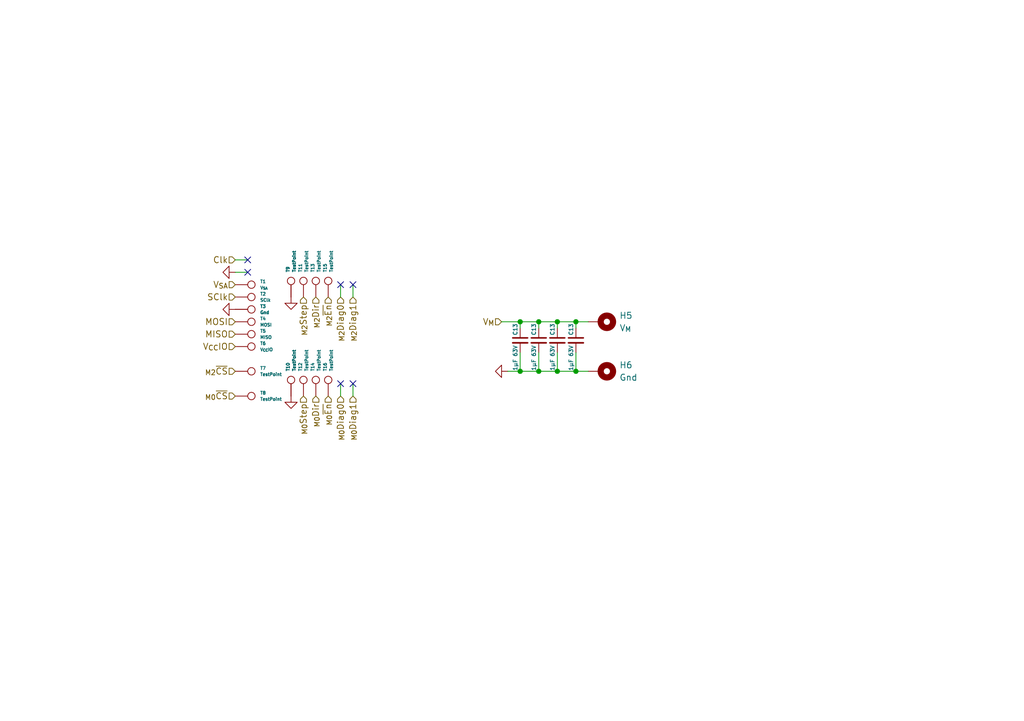
<source format=kicad_sch>
(kicad_sch (version 20230121) (generator eeschema)
  (paper "A5")
  (title_block (title "Motor Expansion Socket"))
  (lib_symbols
    (symbol "Connector:TestPoint" (pin_numbers hide) (pin_names (offset 0.762) hide)
      (property "Reference" "TP" (at 0 6.858 0))
      (property "Value" "TestPoint" (at 0 5.08 0))
      (symbol "TestPoint_0_1"
        (circle (center 0 3.302) (radius 0.762))
      )
      (symbol "TestPoint_1_1"
        (pin passive line (at 0 0 90) (length 2.54) (name "1") (number "1"))
      )
    )
    (symbol "Device:C_Small" (pin_numbers hide) (pin_names (offset 0.254) hide)
      (property "Reference" "C" (at 0.254 1.778 0))
      (property "Value" "C_Small" (at 0.254 -2.032 0))
      (symbol "C_Small_0_1"
        (polyline (pts (xy -1.524 -0.508) (xy 1.524 -0.508)) (stroke (width 0.3302)))
        (polyline (pts (xy -1.524 0.508) (xy 1.524 0.508)) (stroke (width 0.3048)))
      )
      (symbol "C_Small_1_1"
        (pin passive line (at 0 2.54 270) (length 2.032) (name "~") (number "1"))
        (pin passive line (at 0 -2.54 90) (length 2.032) (name "~") (number "2"))
      )
    )
    (symbol "Mechanical:MountingHole_Pad" (pin_numbers hide) (pin_names (offset 1.016) hide)
      (property "Reference" "H" (at 0 6.35 0))
      (property "Value" "MountingHole_Pad" (at 0 4.445 0))
      (symbol "MountingHole_Pad_0_1"
        (circle (center 0 1.27) (radius 1.27) (stroke (width 1.27)))
      )
      (symbol "MountingHole_Pad_1_1"
        (pin input line (at 0 -2.54 90) (length 2.54) (name "1") (number "1"))
      )
    )
    (symbol "power:GND" (power) (pin_names (offset 0))
      (property "Value" "GND" (at 0 -3.81 0))
      (symbol "GND_0_1"
        (polyline (pts (xy 0 0) (xy 0 -1.27) (xy 1.27 -1.27) (xy 0 -2.54) (xy -1.27 -1.27) (xy 0 -1.27)))
      )
      (symbol "GND_1_1"
        (pin power_in line (at 0 0 270) (length 0) hide (name "GND") (number "1"))
      )
    )
  )
  (junction (at 114.3 66.04))
  (junction (at 114.3 76.2))
  (junction (at 118.11 76.2))
  (junction (at 106.68 66.04))
  (junction (at 110.49 66.04))
  (junction (at 106.68 76.2))
  (junction (at 118.11 66.04))
  (junction (at 110.49 76.2))
  (no_connect (at 72.39 58.42))
  (no_connect (at 50.8 55.88))
  (no_connect (at 72.39 78.74))
  (no_connect (at 69.85 78.74))
  (no_connect (at 69.85 58.42))
  (no_connect (at 50.8 53.34))
  (wire (pts (xy 102.87 66.04) (xy 106.68 66.04)))
  (wire (pts (xy 69.85 58.42) (xy 69.85 60.96)))
  (wire (pts (xy 72.39 78.74) (xy 72.39 81.28)))
  (wire (pts (xy 118.11 76.2) (xy 120.65 76.2)))
  (wire (pts (xy 114.3 67.31) (xy 114.3 66.04)))
  (wire (pts (xy 118.11 67.31) (xy 118.11 66.04)))
  (wire (pts (xy 104.14 76.2) (xy 106.68 76.2)))
  (wire (pts (xy 72.39 58.42) (xy 72.39 60.96)))
  (wire (pts (xy 110.49 76.2) (xy 114.3 76.2)))
  (wire (pts (xy 106.68 72.39) (xy 106.68 76.2)))
  (wire (pts (xy 106.68 76.2) (xy 110.49 76.2)))
  (wire (pts (xy 69.85 78.74) (xy 69.85 81.28)))
  (wire (pts (xy 106.68 67.31) (xy 106.68 66.04)))
  (wire (pts (xy 110.49 67.31) (xy 110.49 66.04)))
  (wire (pts (xy 114.3 72.39) (xy 114.3 76.2)))
  (wire (pts (xy 114.3 76.2) (xy 118.11 76.2)))
  (wire (pts (xy 118.11 66.04) (xy 120.65 66.04)))
  (wire (pts (xy 110.49 72.39) (xy 110.49 76.2)))
  (wire (pts (xy 106.68 66.04) (xy 110.49 66.04)))
  (wire (pts (xy 48.26 55.88) (xy 50.8 55.88)))
  (wire (pts (xy 48.26 53.34) (xy 50.8 53.34)))
  (wire (pts (xy 118.11 72.39) (xy 118.11 76.2)))
  (wire (pts (xy 114.3 66.04) (xy 118.11 66.04)))
  (wire (pts (xy 110.49 66.04) (xy 114.3 66.04)))
  (hierarchical_label "V_{M}" (shape input) (at 102.87 66.04 180))
  (hierarchical_label "V_{SA}" (shape input) (at 48.26 58.42 180))
  (hierarchical_label "_{M0}~{En}" (shape input) (at 67.31 81.28 270))
  (hierarchical_label "_{M2}Diag0" (shape input) (at 69.85 60.96 270))
  (hierarchical_label "MOSI" (shape input) (at 48.26 66.04 180))
  (hierarchical_label "MISO" (shape input) (at 48.26 68.58 180))
  (hierarchical_label "_{M0}Diag1" (shape input) (at 72.39 81.28 270))
  (hierarchical_label "_{M2}~{En}" (shape input) (at 67.31 60.96 270))
  (hierarchical_label "_{M0}Dir" (shape input) (at 64.77 81.28 270))
  (hierarchical_label "_{M2}~{CS}" (shape input) (at 48.26 76.2 180))
  (hierarchical_label "_{M2}Dir" (shape input) (at 64.77 60.96 270))
  (hierarchical_label "_{M0}Diag0" (shape input) (at 69.85 81.28 270))
  (hierarchical_label "_{M0}~{CS}" (shape input) (at 48.26 81.28 180))
  (hierarchical_label "SClk" (shape input) (at 48.26 60.96 180))
  (hierarchical_label "_{M0}Step" (shape input) (at 62.23 81.28 270))
  (hierarchical_label "Clk" (shape input) (at 48.26 53.34 180))
  (hierarchical_label "_{M2}Diag1" (shape input) (at 72.39 60.96 270))
  (hierarchical_label "V_{CC}IO" (shape input) (at 48.26 71.12 180))
  (hierarchical_label "_{M2}Step" (shape input) (at 62.23 60.96 270))
  (symbol (lib_id "Mechanical:MountingHole_Pad") (at 123.19 66.04 270) (unit 1)
    (property "Reference" "H5" (at 127 64.77 90) (effects (justify left)))
    (property "Value" "V_{M}" (at 127 67.31 90) (effects (justify left)))
    (property "Footprint" "corevus:M3_M2.5_PCB_Nut" (effects hide))
  )
  (symbol (lib_id "Connector:TestPoint") (at 48.26 66.04 270) (unit 1)
    (property "Reference" "T4" (at 53.34 65.405 90) (effects (font (size 0.635 0.635)) (justify left)))
    (property "Value" "MOSI" (at 53.34 66.675 90) (effects (font (size 0.635 0.635)) (justify left)))
    (property "Footprint" "corevus:LGA_Spring" (effects hide))
  )
  (symbol (lib_id "Connector:TestPoint") (at 48.26 71.12 270) (unit 1)
    (property "Reference" "T6" (at 53.34 70.485 90) (effects (font (size 0.635 0.635)) (justify left)))
    (property "Value" "V_{CC}IO" (at 53.34 71.755 90) (effects (font (size 0.635 0.635)) (justify left)))
    (property "Footprint" "corevus:LGA_Spring" (effects hide))
  )
  (symbol (lib_id "power:GND") (at 48.26 63.5 270) (mirror x) (unit 1)
    (property "Reference" "#PWR?" (effects hide))
    (property "Value" "GND" (effects hide))
    (instances (project "corevus-k" (path "" (reference "#PWR?") (unit 1)) (path "" (reference "#PWR0156") (unit 1))))
  )
  (symbol (lib_id "Connector:TestPoint") (at 59.69 81.28 0) (unit 1)
    (property "Reference" "T10" (at 59.055 76.2 90) (effects (font (size 0.635 0.635)) (justify left)))
    (property "Value" "TestPoint" (at 60.325 76.2 90) (effects (font (size 0.635 0.635)) (justify left)))
    (property "Footprint" "corevus:LGA_Spring" (effects hide))
  )
  (symbol (lib_id "Device:C_Small") (at 110.49 69.85 0) (unit 1)
    (property "Reference" "C13" (at 109.49 68.85 90) (effects (font (size 0.8 0.8)) (justify left)))
    (property "Value" "1μF 63V" (at 109.49 70.85 90) (effects (font (size 0.8 0.8)) (justify right)))
    (property "Footprint" "Capacitor_SMD:C_1206_3216Metric" (effects hide))
    (instances (project "driver-tmc5160" (path "" (reference "C13") (unit 1))) (project "corevus-k" (path "" (reference "C44") (unit 1)) (path "" (reference "C56") (unit 1)) (path "" (reference "C69") (unit 1))))
  )
  (symbol (lib_id "Connector:TestPoint") (at 62.23 60.96 0) (unit 1)
    (property "Reference" "T11" (at 61.595 55.88 90) (effects (font (size 0.635 0.635)) (justify left)))
    (property "Value" "TestPoint" (at 62.865 55.88 90) (effects (font (size 0.635 0.635)) (justify left)))
    (property "Footprint" "corevus:LGA_Spring" (effects hide))
  )
  (symbol (lib_id "Connector:TestPoint") (at 64.77 60.96 0) (unit 1)
    (property "Reference" "T13" (at 64.135 55.88 90) (effects (font (size 0.635 0.635)) (justify left)))
    (property "Value" "TestPoint" (at 65.405 55.88 90) (effects (font (size 0.635 0.635)) (justify left)))
    (property "Footprint" "corevus:LGA_Spring" (effects hide))
  )
  (symbol (lib_id "Connector:TestPoint") (at 67.31 81.28 0) (unit 1)
    (property "Reference" "T16" (at 66.675 76.2 90) (effects (font (size 0.635 0.635)) (justify left)))
    (property "Value" "TestPoint" (at 67.945 76.2 90) (effects (font (size 0.635 0.635)) (justify left)))
    (property "Footprint" "corevus:LGA_Spring" (effects hide))
  )
  (symbol (lib_id "power:GND") (at 59.69 81.28 0) (mirror y) (unit 1)
    (property "Reference" "#PWR?" (effects hide))
    (property "Value" "GND" (effects hide))
    (instances (project "corevus-k" (path "" (reference "#PWR?") (unit 1)) (path "" (reference "#PWR0158") (unit 1))))
  )
  (symbol (lib_id "Device:C_Small") (at 114.3 69.85 0) (unit 1)
    (property "Reference" "C13" (at 113.3 68.85 90) (effects (font (size 0.8 0.8)) (justify left)))
    (property "Value" "1μF 63V" (at 113.3 70.85 90) (effects (font (size 0.8 0.8)) (justify right)))
    (property "Footprint" "Capacitor_SMD:C_1206_3216Metric" (effects hide))
    (instances (project "driver-tmc5160" (path "" (reference "C13") (unit 1))) (project "corevus-k" (path "" (reference "C44") (unit 1)) (path "" (reference "C56") (unit 1)) (path "" (reference "C70") (unit 1))))
  )
  (symbol (lib_id "Connector:TestPoint") (at 48.26 81.28 270) (unit 1)
    (property "Reference" "T8" (at 53.34 80.645 90) (effects (font (size 0.635 0.635)) (justify left)))
    (property "Value" "TestPoint" (at 53.34 81.915 90) (effects (font (size 0.635 0.635)) (justify left)))
    (property "Footprint" "corevus:LGA_Spring" (effects hide))
  )
  (symbol (lib_id "Connector:TestPoint") (at 48.26 76.2 270) (unit 1)
    (property "Reference" "T7" (at 53.34 75.565 90) (effects (font (size 0.635 0.635)) (justify left)))
    (property "Value" "TestPoint" (at 53.34 76.835 90) (effects (font (size 0.635 0.635)) (justify left)))
    (property "Footprint" "corevus:LGA_Spring" (effects hide))
  )
  (symbol (lib_id "Connector:TestPoint") (at 48.26 68.58 270) (unit 1)
    (property "Reference" "T5" (at 53.34 67.945 90) (effects (font (size 0.635 0.635)) (justify left)))
    (property "Value" "MISO" (at 53.34 69.215 90) (effects (font (size 0.635 0.635)) (justify left)))
    (property "Footprint" "corevus:LGA_Spring" (effects hide))
  )
  (symbol (lib_id "Connector:TestPoint") (at 48.26 60.96 270) (unit 1)
    (property "Reference" "T2" (at 53.34 60.325 90) (effects (font (size 0.635 0.635)) (justify left)))
    (property "Value" "SClk" (at 53.34 61.595 90) (effects (font (size 0.635 0.635)) (justify left)))
    (property "Footprint" "corevus:LGA_Spring" (effects hide))
  )
  (symbol (lib_id "Connector:TestPoint") (at 48.26 58.42 270) (unit 1)
    (property "Reference" "T1" (at 53.34 57.785 90) (effects (font (size 0.635 0.635)) (justify left)))
    (property "Value" "V_{SA}" (at 53.34 59.055 90) (effects (font (size 0.635 0.635)) (justify left)))
    (property "Footprint" "corevus:LGA_Spring" (effects hide))
  )
  (symbol (lib_id "Connector:TestPoint") (at 59.69 60.96 0) (unit 1)
    (property "Reference" "T9" (at 59.055 55.88 90) (effects (font (size 0.635 0.635)) (justify left)))
    (property "Value" "TestPoint" (at 60.325 55.88 90) (effects (font (size 0.635 0.635)) (justify left)))
    (property "Footprint" "corevus:LGA_Spring" (effects hide))
  )
  (symbol (lib_id "Connector:TestPoint") (at 48.26 63.5 270) (unit 1)
    (property "Reference" "T3" (at 53.34 62.865 90) (effects (font (size 0.635 0.635)) (justify left)))
    (property "Value" "Gnd" (at 53.34 64.135 90) (effects (font (size 0.635 0.635)) (justify left)))
    (property "Footprint" "corevus:LGA_Spring" (effects hide))
  )
  (symbol (lib_id "Connector:TestPoint") (at 62.23 81.28 0) (unit 1)
    (property "Reference" "T12" (at 61.595 76.2 90) (effects (font (size 0.635 0.635)) (justify left)))
    (property "Value" "TestPoint" (at 62.865 76.2 90) (effects (font (size 0.635 0.635)) (justify left)))
    (property "Footprint" "corevus:LGA_Spring" (effects hide))
  )
  (symbol (lib_id "Device:C_Small") (at 106.68 69.85 0) (unit 1)
    (property "Reference" "C13" (at 105.68 68.85 90) (effects (font (size 0.8 0.8)) (justify left)))
    (property "Value" "1μF 63V" (at 105.68 70.85 90) (effects (font (size 0.8 0.8)) (justify right)))
    (property "Footprint" "Capacitor_SMD:C_1206_3216Metric" (effects hide))
    (instances (project "driver-tmc5160" (path "" (reference "C13") (unit 1))) (project "corevus-k" (path "" (reference "C44") (unit 1)) (path "" (reference "C56") (unit 1)) (path "" (reference "C68") (unit 1))))
  )
  (symbol (lib_id "Mechanical:MountingHole_Pad") (at 123.19 76.2 270) (unit 1)
    (property "Reference" "H6" (at 127 74.93 90) (effects (justify left)))
    (property "Value" "Gnd" (at 127 77.47 90) (effects (justify left)))
    (property "Footprint" "corevus:M3_M2.5_PCB_Nut" (effects hide))
  )
  (symbol (lib_id "Connector:TestPoint") (at 64.77 81.28 0) (unit 1)
    (property "Reference" "T14" (at 64.135 76.2 90) (effects (font (size 0.635 0.635)) (justify left)))
    (property "Value" "TestPoint" (at 65.405 76.2 90) (effects (font (size 0.635 0.635)) (justify left)))
    (property "Footprint" "corevus:LGA_Spring" (effects hide))
  )
  (symbol (lib_id "Connector:TestPoint") (at 67.31 60.96 0) (unit 1)
    (property "Reference" "T15" (at 66.675 55.88 90) (effects (font (size 0.635 0.635)) (justify left)))
    (property "Value" "TestPoint" (at 67.945 55.88 90) (effects (font (size 0.635 0.635)) (justify left)))
    (property "Footprint" "corevus:LGA_Spring" (effects hide))
  )
  (symbol (lib_id "power:GND") (at 59.69 60.96 0) (mirror y) (unit 1)
    (property "Reference" "#PWR?" (effects hide))
    (property "Value" "GND" (effects hide))
    (instances (project "corevus-k" (path "" (reference "#PWR?") (unit 1)) (path "" (reference "#PWR0157") (unit 1))))
  )
  (symbol (lib_id "power:GND") (at 48.26 55.88 270) (mirror x) (unit 1)
    (property "Reference" "#PWR?" (effects hide))
    (property "Value" "GND" (effects hide))
    (instances (project "corevus-k" (path "" (reference "#PWR?") (unit 1)) (path "" (reference "#PWR0155") (unit 1))))
  )
  (symbol (lib_id "power:GND") (at 104.14 76.2 270) (unit 1)
    (property "Reference" "#PWR?" (effects hide))
    (property "Value" "GND" (effects hide))
    (instances (project "corevus-k" (path "" (reference "#PWR?") (unit 1)) (path "" (reference "#PWR0159") (unit 1))))
  )
  (symbol (lib_id "Device:C_Small") (at 118.11 69.85 0) (unit 1)
    (property "Reference" "C13" (at 117.11 68.85 90) (effects (font (size 0.8 0.8)) (justify left)))
    (property "Value" "1μF 63V" (at 117.11 70.85 90) (effects (font (size 0.8 0.8)) (justify right)))
    (property "Footprint" "Capacitor_SMD:C_1206_3216Metric" (effects hide))
    (instances (project "driver-tmc5160" (path "" (reference "C13") (unit 1))) (project "corevus-k" (path "" (reference "C44") (unit 1)) (path "" (reference "C56") (unit 1)) (path "" (reference "C71") (unit 1))))
  )
)
</source>
